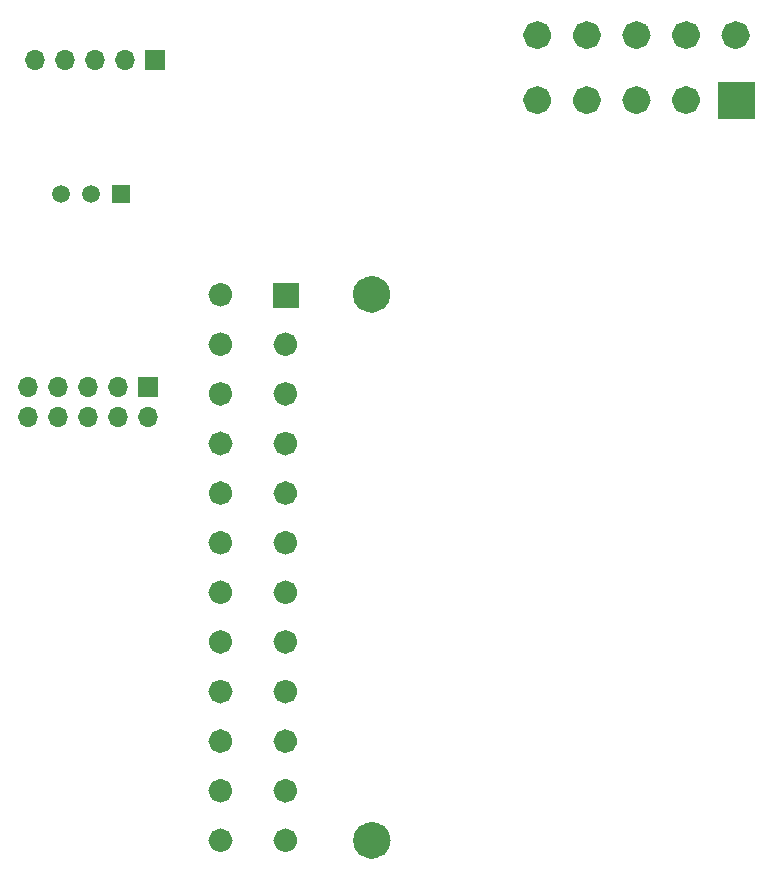
<source format=gbr>
%TF.GenerationSoftware,KiCad,Pcbnew,8.0.3*%
%TF.CreationDate,2024-11-03T21:09:02+01:00*%
%TF.ProjectId,IIsi_ATX,49497369-5f41-4545-982e-6b696361645f,rev?*%
%TF.SameCoordinates,Original*%
%TF.FileFunction,Soldermask,Bot*%
%TF.FilePolarity,Negative*%
%FSLAX46Y46*%
G04 Gerber Fmt 4.6, Leading zero omitted, Abs format (unit mm)*
G04 Created by KiCad (PCBNEW 8.0.3) date 2024-11-03 21:09:02*
%MOMM*%
%LPD*%
G01*
G04 APERTURE LIST*
%ADD10C,1.576200*%
%ADD11C,1.026200*%
%ADD12C,0.010000*%
%ADD13C,1.226200*%
%ADD14R,1.700000X1.700000*%
%ADD15O,1.700000X1.700000*%
%ADD16C,3.000000*%
%ADD17R,1.500000X1.500000*%
%ADD18C,1.500000*%
G04 APERTURE END LIST*
D10*
%TO.C,J1*%
X91878300Y-123252600D02*
G75*
G02*
X90302100Y-123252600I-788100J0D01*
G01*
X90302100Y-123252600D02*
G75*
G02*
X91878300Y-123252600I788100J0D01*
G01*
D11*
X78788100Y-123250000D02*
G75*
G02*
X77761900Y-123250000I-513100J0D01*
G01*
X77761900Y-123250000D02*
G75*
G02*
X78788100Y-123250000I513100J0D01*
G01*
X84288100Y-123250000D02*
G75*
G02*
X83261900Y-123250000I-513100J0D01*
G01*
X83261900Y-123250000D02*
G75*
G02*
X84288100Y-123250000I513100J0D01*
G01*
X78788100Y-119050000D02*
G75*
G02*
X77761900Y-119050000I-513100J0D01*
G01*
X77761900Y-119050000D02*
G75*
G02*
X78788100Y-119050000I513100J0D01*
G01*
X84288100Y-119050000D02*
G75*
G02*
X83261900Y-119050000I-513100J0D01*
G01*
X83261900Y-119050000D02*
G75*
G02*
X84288100Y-119050000I513100J0D01*
G01*
X78788100Y-114850000D02*
G75*
G02*
X77761900Y-114850000I-513100J0D01*
G01*
X77761900Y-114850000D02*
G75*
G02*
X78788100Y-114850000I513100J0D01*
G01*
X84288100Y-114850000D02*
G75*
G02*
X83261900Y-114850000I-513100J0D01*
G01*
X83261900Y-114850000D02*
G75*
G02*
X84288100Y-114850000I513100J0D01*
G01*
X78788100Y-110650000D02*
G75*
G02*
X77761900Y-110650000I-513100J0D01*
G01*
X77761900Y-110650000D02*
G75*
G02*
X78788100Y-110650000I513100J0D01*
G01*
X84288100Y-110650000D02*
G75*
G02*
X83261900Y-110650000I-513100J0D01*
G01*
X83261900Y-110650000D02*
G75*
G02*
X84288100Y-110650000I513100J0D01*
G01*
X78788100Y-106450000D02*
G75*
G02*
X77761900Y-106450000I-513100J0D01*
G01*
X77761900Y-106450000D02*
G75*
G02*
X78788100Y-106450000I513100J0D01*
G01*
X84288100Y-106450000D02*
G75*
G02*
X83261900Y-106450000I-513100J0D01*
G01*
X83261900Y-106450000D02*
G75*
G02*
X84288100Y-106450000I513100J0D01*
G01*
X78788100Y-102250000D02*
G75*
G02*
X77761900Y-102250000I-513100J0D01*
G01*
X77761900Y-102250000D02*
G75*
G02*
X78788100Y-102250000I513100J0D01*
G01*
X84288100Y-102250000D02*
G75*
G02*
X83261900Y-102250000I-513100J0D01*
G01*
X83261900Y-102250000D02*
G75*
G02*
X84288100Y-102250000I513100J0D01*
G01*
X78788100Y-98050000D02*
G75*
G02*
X77761900Y-98050000I-513100J0D01*
G01*
X77761900Y-98050000D02*
G75*
G02*
X78788100Y-98050000I513100J0D01*
G01*
X84288100Y-98050000D02*
G75*
G02*
X83261900Y-98050000I-513100J0D01*
G01*
X83261900Y-98050000D02*
G75*
G02*
X84288100Y-98050000I513100J0D01*
G01*
X78788100Y-93850000D02*
G75*
G02*
X77761900Y-93850000I-513100J0D01*
G01*
X77761900Y-93850000D02*
G75*
G02*
X78788100Y-93850000I513100J0D01*
G01*
X84288100Y-93850000D02*
G75*
G02*
X83261900Y-93850000I-513100J0D01*
G01*
X83261900Y-93850000D02*
G75*
G02*
X84288100Y-93850000I513100J0D01*
G01*
X78788100Y-89650000D02*
G75*
G02*
X77761900Y-89650000I-513100J0D01*
G01*
X77761900Y-89650000D02*
G75*
G02*
X78788100Y-89650000I513100J0D01*
G01*
X84288100Y-89650000D02*
G75*
G02*
X83261900Y-89650000I-513100J0D01*
G01*
X83261900Y-89650000D02*
G75*
G02*
X84288100Y-89650000I513100J0D01*
G01*
X78788100Y-85450000D02*
G75*
G02*
X77761900Y-85450000I-513100J0D01*
G01*
X77761900Y-85450000D02*
G75*
G02*
X78788100Y-85450000I513100J0D01*
G01*
X84288100Y-85450000D02*
G75*
G02*
X83261900Y-85450000I-513100J0D01*
G01*
X83261900Y-85450000D02*
G75*
G02*
X84288100Y-85450000I513100J0D01*
G01*
X78788100Y-81250000D02*
G75*
G02*
X77761900Y-81250000I-513100J0D01*
G01*
X77761900Y-81250000D02*
G75*
G02*
X78788100Y-81250000I513100J0D01*
G01*
X84288100Y-81250000D02*
G75*
G02*
X83261900Y-81250000I-513100J0D01*
G01*
X83261900Y-81250000D02*
G75*
G02*
X84288100Y-81250000I513100J0D01*
G01*
X78788100Y-77050000D02*
G75*
G02*
X77761900Y-77050000I-513100J0D01*
G01*
X77761900Y-77050000D02*
G75*
G02*
X78788100Y-77050000I513100J0D01*
G01*
D10*
X91852900Y-77024600D02*
G75*
G02*
X90276700Y-77024600I-788100J0D01*
G01*
X90276700Y-77024600D02*
G75*
G02*
X91852900Y-77024600I788100J0D01*
G01*
D12*
X84801200Y-78076200D02*
X82748800Y-78076200D01*
X82748800Y-76023800D01*
X84801200Y-76023800D01*
X84801200Y-78076200D01*
G36*
X84801200Y-78076200D02*
G01*
X82748800Y-78076200D01*
X82748800Y-76023800D01*
X84801200Y-76023800D01*
X84801200Y-78076200D01*
G37*
%TO.C,J2*%
D13*
X122504450Y-55075000D02*
G75*
G02*
X121278250Y-55075000I-613100J0D01*
G01*
X121278250Y-55075000D02*
G75*
G02*
X122504450Y-55075000I613100J0D01*
G01*
X118304450Y-60575000D02*
G75*
G02*
X117078250Y-60575000I-613100J0D01*
G01*
X117078250Y-60575000D02*
G75*
G02*
X118304450Y-60575000I613100J0D01*
G01*
X118304450Y-55075000D02*
G75*
G02*
X117078250Y-55075000I-613100J0D01*
G01*
X117078250Y-55075000D02*
G75*
G02*
X118304450Y-55075000I613100J0D01*
G01*
X114104450Y-60575000D02*
G75*
G02*
X112878250Y-60575000I-613100J0D01*
G01*
X112878250Y-60575000D02*
G75*
G02*
X114104450Y-60575000I613100J0D01*
G01*
X114104450Y-55075000D02*
G75*
G02*
X112878250Y-55075000I-613100J0D01*
G01*
X112878250Y-55075000D02*
G75*
G02*
X114104450Y-55075000I613100J0D01*
G01*
X109904450Y-60575000D02*
G75*
G02*
X108678250Y-60575000I-613100J0D01*
G01*
X108678250Y-60575000D02*
G75*
G02*
X109904450Y-60575000I613100J0D01*
G01*
X109904450Y-55075000D02*
G75*
G02*
X108678250Y-55075000I-613100J0D01*
G01*
X108678250Y-55075000D02*
G75*
G02*
X109904450Y-55075000I613100J0D01*
G01*
X105704450Y-60575000D02*
G75*
G02*
X104478250Y-60575000I-613100J0D01*
G01*
X104478250Y-60575000D02*
G75*
G02*
X105704450Y-60575000I613100J0D01*
G01*
X105704450Y-55075000D02*
G75*
G02*
X104478250Y-55075000I-613100J0D01*
G01*
X104478250Y-55075000D02*
G75*
G02*
X105704450Y-55075000I613100J0D01*
G01*
D12*
X123417550Y-62101200D02*
X120365150Y-62101200D01*
X120365150Y-59048800D01*
X123417550Y-59048800D01*
X123417550Y-62101200D01*
G36*
X123417550Y-62101200D02*
G01*
X120365150Y-62101200D01*
X120365150Y-59048800D01*
X123417550Y-59048800D01*
X123417550Y-62101200D01*
G37*
%TD*%
D14*
%TO.C,CN2*%
X72175000Y-84875000D03*
D15*
X72175000Y-87415000D03*
X69635000Y-84875000D03*
X69635000Y-87415000D03*
X67095000Y-84875000D03*
X67095000Y-87415000D03*
X64555000Y-84875000D03*
X64555000Y-87415000D03*
X62015000Y-84875000D03*
X62015000Y-87415000D03*
%TD*%
D14*
%TO.C,J3*%
X72745600Y-57150000D03*
D15*
X70205600Y-57150000D03*
X67665600Y-57150000D03*
X65125600Y-57150000D03*
X62585600Y-57150000D03*
%TD*%
D16*
%TO.C,J1*%
X91090200Y-123252600D03*
X91064800Y-77024600D03*
%TD*%
D17*
%TO.C,Q1*%
X69840000Y-68560000D03*
D18*
X67300000Y-68560000D03*
X64760000Y-68560000D03*
%TD*%
M02*

</source>
